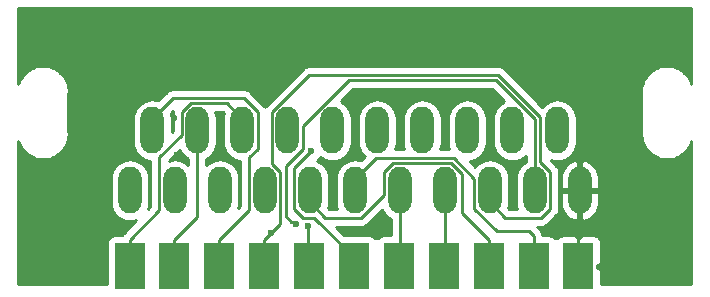
<source format=gbl>
G04 #@! TF.GenerationSoftware,KiCad,Pcbnew,(5.1.0)-1*
G04 #@! TF.CreationDate,2019-08-12T14:02:22-04:00*
G04 #@! TF.ProjectId,JP21M_to_EUROF,4a503231-4d5f-4746-9f5f-4555524f462e,rev?*
G04 #@! TF.SameCoordinates,Original*
G04 #@! TF.FileFunction,Copper,L2,Bot*
G04 #@! TF.FilePolarity,Positive*
%FSLAX46Y46*%
G04 Gerber Fmt 4.6, Leading zero omitted, Abs format (unit mm)*
G04 Created by KiCad (PCBNEW (5.1.0)-1) date 2019-08-12 14:02:22*
%MOMM*%
%LPD*%
G04 APERTURE LIST*
%ADD10O,1.981200X3.962400*%
%ADD11R,2.500000X4.000000*%
%ADD12C,0.600000*%
%ADD13C,0.250000*%
%ADD14C,0.254000*%
G04 APERTURE END LIST*
D10*
X152850000Y-85430000D03*
X150945000Y-80350000D03*
X149040000Y-85430000D03*
X147135000Y-80350000D03*
X145230000Y-85430000D03*
X143325000Y-80350000D03*
X141420000Y-85430000D03*
X139515000Y-80350000D03*
X137610000Y-85430000D03*
X135705000Y-80350000D03*
X133800000Y-85430000D03*
X131895000Y-80350000D03*
X129990000Y-85430000D03*
X128085000Y-80350000D03*
X126180000Y-85430000D03*
X124275000Y-80350000D03*
X122370000Y-85430000D03*
X120465000Y-80350000D03*
X118560000Y-85430000D03*
X116655000Y-80350000D03*
X114750000Y-85430000D03*
D11*
X152725000Y-91850000D03*
X148925000Y-91850000D03*
X145125000Y-91850000D03*
X141325000Y-91850000D03*
X137525000Y-91850000D03*
X133725000Y-91850000D03*
X129925000Y-91850000D03*
X126125000Y-91850000D03*
X122325000Y-91850000D03*
X118525000Y-91850000D03*
X114725000Y-91850000D03*
D12*
X126662500Y-89062500D03*
X128800000Y-88300000D03*
X129800000Y-88400000D03*
X147200000Y-83350000D03*
X145250000Y-82350000D03*
X137600000Y-78650000D03*
X141350000Y-78600000D03*
X133750000Y-78200000D03*
X131750000Y-83500000D03*
X135900000Y-87600000D03*
X115800000Y-71150000D03*
X119650000Y-71300000D03*
X130850000Y-71350000D03*
X137550000Y-71350000D03*
X141450000Y-71350000D03*
X146350000Y-71650000D03*
X151700000Y-71850000D03*
X158850000Y-72000000D03*
X160850000Y-84050000D03*
X160450000Y-90700000D03*
X106650000Y-91700000D03*
X106100000Y-84900000D03*
X110900000Y-82400000D03*
X107450000Y-71700000D03*
X122600000Y-82400000D03*
X116100000Y-83200000D03*
X118700000Y-82400000D03*
X118500000Y-79300000D03*
X130100000Y-82100000D03*
D13*
X148550000Y-88900000D02*
X148925000Y-89275000D01*
X145848847Y-88900000D02*
X148550000Y-88900000D01*
X133800000Y-84439400D02*
X135565620Y-82673780D01*
X133800000Y-85430000D02*
X133800000Y-84439400D01*
X148925000Y-89275000D02*
X148925000Y-91850000D01*
X135565620Y-82673780D02*
X142151344Y-82673781D01*
X142151344Y-82673781D02*
X143914390Y-84436827D01*
X143914390Y-84436827D02*
X143914390Y-86965543D01*
X143914390Y-86965543D02*
X145848847Y-88900000D01*
X137610000Y-91765000D02*
X137525000Y-91850000D01*
X137610000Y-85430000D02*
X137610000Y-91765000D01*
X141420000Y-91755000D02*
X141325000Y-91850000D01*
X141420000Y-85430000D02*
X141420000Y-91755000D01*
X126125000Y-89600000D02*
X126125000Y-91850000D01*
X127495610Y-83894457D02*
X127495610Y-88229390D01*
X126769390Y-83168237D02*
X127495610Y-83894457D01*
X126769390Y-78814457D02*
X126769390Y-83168237D01*
X149490010Y-83028857D02*
X149490010Y-79217447D01*
X150355610Y-83894457D02*
X149490010Y-83028857D01*
X149490010Y-79217447D02*
X145922553Y-75649990D01*
X149584943Y-87736210D02*
X150355610Y-86965543D01*
X145922553Y-75649990D02*
X129933857Y-75649990D01*
X146545610Y-87736210D02*
X149584943Y-87736210D01*
X129933857Y-75649990D02*
X126769390Y-78814457D01*
X145230000Y-86420600D02*
X146545610Y-87736210D01*
X150355610Y-86965543D02*
X150355610Y-83894457D01*
X145230000Y-85430000D02*
X145230000Y-86420600D01*
X127495610Y-88229390D02*
X126662500Y-89062500D01*
X126662500Y-89062500D02*
X126125000Y-89600000D01*
X128400000Y-88075000D02*
X128400000Y-88100000D01*
X127950000Y-87625000D02*
X128400000Y-88075000D01*
X149040000Y-79403847D02*
X145736153Y-76100000D01*
X149040000Y-85430000D02*
X149040000Y-79403847D01*
X145736153Y-76100000D02*
X133293847Y-76100000D01*
X133293847Y-76100000D02*
X129400610Y-79993237D01*
X127950000Y-83400000D02*
X127950000Y-87625000D01*
X129400610Y-79993237D02*
X129400610Y-81949390D01*
X129400610Y-81949390D02*
X127950000Y-83400000D01*
X128400000Y-88075000D02*
X128575000Y-88075000D01*
X128575000Y-88075000D02*
X128800000Y-88300000D01*
X129800000Y-91725000D02*
X129925000Y-91850000D01*
X129800000Y-88400000D02*
X129800000Y-91725000D01*
X152725000Y-85555000D02*
X152850000Y-85430000D01*
X152725000Y-91850000D02*
X152725000Y-85555000D01*
X116655000Y-79359400D02*
X116655000Y-80350000D01*
X118420620Y-77593780D02*
X116655000Y-79359400D01*
X124369933Y-77593780D02*
X118420620Y-77593780D01*
X125590610Y-78814457D02*
X124369933Y-77593780D01*
X125590610Y-81885543D02*
X125590610Y-78814457D01*
X124864390Y-82611763D02*
X125590610Y-81885543D01*
X124864390Y-87060610D02*
X124864390Y-82611763D01*
X122325000Y-89600000D02*
X124864390Y-87060610D01*
X122325000Y-91850000D02*
X122325000Y-89600000D01*
X120465000Y-82581200D02*
X120465000Y-80350000D01*
X120465000Y-87660000D02*
X120465000Y-82581200D01*
X118525000Y-89600000D02*
X120465000Y-87660000D01*
X118525000Y-91850000D02*
X118525000Y-89600000D01*
X122959390Y-78043790D02*
X124275000Y-79359400D01*
X119920057Y-78043790D02*
X122959390Y-78043790D01*
X119149390Y-80706763D02*
X119149390Y-78814457D01*
X117244390Y-82611763D02*
X119149390Y-80706763D01*
X117244390Y-87080610D02*
X117244390Y-82611763D01*
X119149390Y-78814457D02*
X119920057Y-78043790D01*
X114725000Y-89600000D02*
X117244390Y-87080610D01*
X124275000Y-79359400D02*
X124275000Y-80350000D01*
X114725000Y-91850000D02*
X114725000Y-89600000D01*
X133725000Y-91100000D02*
X130361210Y-87736210D01*
X133725000Y-91850000D02*
X133725000Y-91100000D01*
X130361210Y-87736210D02*
X129445057Y-87736210D01*
X129445057Y-87736210D02*
X128674390Y-86965543D01*
X128674390Y-86965543D02*
X128674390Y-83525610D01*
X128674390Y-83525610D02*
X130100000Y-82100000D01*
X141964943Y-83123790D02*
X142900000Y-84058847D01*
X137065057Y-83123790D02*
X141964943Y-83123790D01*
X129990000Y-86420600D02*
X131305610Y-87736210D01*
X129990000Y-85430000D02*
X129990000Y-86420600D01*
X131305610Y-87736210D02*
X134344943Y-87736210D01*
X136294390Y-85786763D02*
X136294390Y-83894457D01*
X134344943Y-87736210D02*
X136294390Y-85786763D01*
X136294390Y-83894457D02*
X137065057Y-83123790D01*
X145125000Y-89600000D02*
X145125000Y-91850000D01*
X142900000Y-87375000D02*
X145125000Y-89600000D01*
X142900000Y-84058847D02*
X142900000Y-87375000D01*
D14*
G36*
X162290001Y-76387191D02*
G01*
X162245868Y-76248068D01*
X162222290Y-76193058D01*
X162199508Y-76137783D01*
X162195125Y-76129677D01*
X162051836Y-75869034D01*
X162018048Y-75819687D01*
X161984936Y-75769850D01*
X161979062Y-75762749D01*
X161787876Y-75534904D01*
X161745146Y-75493060D01*
X161702987Y-75450605D01*
X161695846Y-75444781D01*
X161464045Y-75258408D01*
X161414031Y-75225680D01*
X161364398Y-75192202D01*
X161356261Y-75187876D01*
X161092675Y-75050077D01*
X161037219Y-75027672D01*
X160982068Y-75004488D01*
X160973246Y-75001825D01*
X160687915Y-74917847D01*
X160629175Y-74906642D01*
X160570558Y-74894609D01*
X160561386Y-74893710D01*
X160265178Y-74866753D01*
X160205361Y-74867171D01*
X160145544Y-74866753D01*
X160136372Y-74867653D01*
X159840569Y-74898742D01*
X159781972Y-74910771D01*
X159723210Y-74921980D01*
X159714388Y-74924644D01*
X159430257Y-75012598D01*
X159375139Y-75035768D01*
X159319650Y-75058186D01*
X159311514Y-75062513D01*
X159049878Y-75203979D01*
X159000311Y-75237412D01*
X158950232Y-75270183D01*
X158943091Y-75276008D01*
X158713915Y-75465597D01*
X158671774Y-75508034D01*
X158629024Y-75549897D01*
X158623150Y-75556998D01*
X158435164Y-75787492D01*
X158402049Y-75837334D01*
X158368265Y-75886674D01*
X158363882Y-75894781D01*
X158224246Y-76157399D01*
X158201458Y-76212687D01*
X158177886Y-76267683D01*
X158175162Y-76276487D01*
X158089193Y-76561225D01*
X158077570Y-76619925D01*
X158065137Y-76678419D01*
X158064174Y-76687584D01*
X158035150Y-76983596D01*
X158035150Y-77112406D01*
X158055801Y-77216697D01*
X158055800Y-80437952D01*
X158045478Y-80471300D01*
X158036932Y-80552622D01*
X158035299Y-80560870D01*
X158035299Y-80568164D01*
X158032016Y-80599404D01*
X158032016Y-80608620D01*
X158032165Y-80629898D01*
X158035298Y-80659700D01*
X158035298Y-80689680D01*
X158036262Y-80698844D01*
X158069416Y-80994424D01*
X158081853Y-81052936D01*
X158093471Y-81111614D01*
X158096196Y-81120413D01*
X158096197Y-81120419D01*
X158096199Y-81120425D01*
X158186130Y-81403928D01*
X158209691Y-81458899D01*
X158232491Y-81514217D01*
X158236874Y-81522323D01*
X158380163Y-81782965D01*
X158413947Y-81832305D01*
X158447062Y-81882147D01*
X158452936Y-81889247D01*
X158644122Y-82117094D01*
X158686853Y-82158939D01*
X158729013Y-82201395D01*
X158736155Y-82207219D01*
X158967956Y-82393591D01*
X159017968Y-82426318D01*
X159067600Y-82459795D01*
X159075737Y-82464121D01*
X159339323Y-82601921D01*
X159394783Y-82624328D01*
X159449931Y-82647511D01*
X159458753Y-82650174D01*
X159744083Y-82734152D01*
X159802837Y-82745360D01*
X159861441Y-82757390D01*
X159870613Y-82758289D01*
X160166820Y-82785246D01*
X160226638Y-82784828D01*
X160286455Y-82785246D01*
X160295626Y-82784347D01*
X160591430Y-82753257D01*
X160650017Y-82741230D01*
X160708787Y-82730020D01*
X160717609Y-82727356D01*
X161001740Y-82639403D01*
X161056883Y-82616223D01*
X161112348Y-82593814D01*
X161120485Y-82589487D01*
X161382121Y-82448021D01*
X161431705Y-82414576D01*
X161481768Y-82381816D01*
X161488909Y-82375992D01*
X161718085Y-82186401D01*
X161760224Y-82143966D01*
X161802974Y-82102103D01*
X161808848Y-82095002D01*
X161996834Y-81864509D01*
X162029938Y-81814682D01*
X162063733Y-81765327D01*
X162068116Y-81757221D01*
X162207753Y-81494603D01*
X162230560Y-81439269D01*
X162254114Y-81384314D01*
X162256838Y-81375515D01*
X162256840Y-81375509D01*
X162290001Y-81265674D01*
X162290000Y-93390000D01*
X154612248Y-93390000D01*
X154610000Y-92135750D01*
X154451250Y-91977000D01*
X154327000Y-91977000D01*
X154327000Y-91723000D01*
X154451250Y-91723000D01*
X154610000Y-91564250D01*
X154613072Y-89850000D01*
X154600812Y-89725518D01*
X154564502Y-89605820D01*
X154505537Y-89495506D01*
X154426185Y-89398815D01*
X154329494Y-89319463D01*
X154219180Y-89260498D01*
X154099482Y-89224188D01*
X153975000Y-89211928D01*
X153010750Y-89215000D01*
X152852000Y-89373750D01*
X152852000Y-89473000D01*
X152598000Y-89473000D01*
X152598000Y-89373750D01*
X152439250Y-89215000D01*
X151475000Y-89211928D01*
X151350518Y-89224188D01*
X151230820Y-89260498D01*
X151120506Y-89319463D01*
X151023815Y-89398815D01*
X150962933Y-89473000D01*
X150687067Y-89473000D01*
X150626185Y-89398815D01*
X150529494Y-89319463D01*
X150419180Y-89260498D01*
X150299482Y-89224188D01*
X150175000Y-89211928D01*
X149682465Y-89211928D01*
X149674003Y-89126014D01*
X149630546Y-88982753D01*
X149559974Y-88850724D01*
X149465001Y-88734999D01*
X149435998Y-88711197D01*
X149221011Y-88496210D01*
X149547621Y-88496210D01*
X149584943Y-88499886D01*
X149622265Y-88496210D01*
X149622276Y-88496210D01*
X149733929Y-88485213D01*
X149877190Y-88441756D01*
X150009219Y-88371184D01*
X150124944Y-88276211D01*
X150148746Y-88247208D01*
X150866614Y-87529341D01*
X150895611Y-87505544D01*
X150990584Y-87389819D01*
X151061156Y-87257790D01*
X151104613Y-87114529D01*
X151115610Y-87002876D01*
X151115610Y-87002868D01*
X151119286Y-86965543D01*
X151115610Y-86928218D01*
X151115610Y-85557000D01*
X151224400Y-85557000D01*
X151224400Y-86547600D01*
X151280412Y-86862299D01*
X151396742Y-87160023D01*
X151568920Y-87429332D01*
X151790329Y-87659876D01*
X152052461Y-87842795D01*
X152345242Y-87971060D01*
X152471041Y-88001411D01*
X152723000Y-87881942D01*
X152723000Y-85557000D01*
X152977000Y-85557000D01*
X152977000Y-87881942D01*
X153228959Y-88001411D01*
X153354758Y-87971060D01*
X153647539Y-87842795D01*
X153909671Y-87659876D01*
X154131080Y-87429332D01*
X154303258Y-87160023D01*
X154419588Y-86862299D01*
X154475600Y-86547600D01*
X154475600Y-85557000D01*
X152977000Y-85557000D01*
X152723000Y-85557000D01*
X151224400Y-85557000D01*
X151115610Y-85557000D01*
X151115610Y-84312400D01*
X151224400Y-84312400D01*
X151224400Y-85303000D01*
X152723000Y-85303000D01*
X152723000Y-82978058D01*
X152977000Y-82978058D01*
X152977000Y-85303000D01*
X154475600Y-85303000D01*
X154475600Y-84312400D01*
X154419588Y-83997701D01*
X154303258Y-83699977D01*
X154131080Y-83430668D01*
X153909671Y-83200124D01*
X153647539Y-83017205D01*
X153354758Y-82888940D01*
X153228959Y-82858589D01*
X152977000Y-82978058D01*
X152723000Y-82978058D01*
X152471041Y-82858589D01*
X152345242Y-82888940D01*
X152052461Y-83017205D01*
X151790329Y-83200124D01*
X151568920Y-83430668D01*
X151396742Y-83699977D01*
X151280412Y-83997701D01*
X151224400Y-84312400D01*
X151115610Y-84312400D01*
X151115610Y-83931779D01*
X151119286Y-83894456D01*
X151115610Y-83857133D01*
X151115610Y-83857124D01*
X151104613Y-83745471D01*
X151061156Y-83602210D01*
X150990584Y-83470181D01*
X150895611Y-83354456D01*
X150866613Y-83330658D01*
X150414322Y-82878367D01*
X150626327Y-82942678D01*
X150945000Y-82974065D01*
X151263672Y-82942678D01*
X151570099Y-82849725D01*
X151852504Y-82698777D01*
X152100034Y-82495634D01*
X152303177Y-82248105D01*
X152454125Y-81965700D01*
X152547078Y-81659273D01*
X152570600Y-81420454D01*
X152570600Y-79279546D01*
X152547078Y-79040727D01*
X152454125Y-78734300D01*
X152303177Y-78451895D01*
X152100034Y-78204366D01*
X151852505Y-78001223D01*
X151570100Y-77850275D01*
X151263673Y-77757322D01*
X150945000Y-77725935D01*
X150626328Y-77757322D01*
X150319901Y-77850275D01*
X150037496Y-78001223D01*
X149789967Y-78204366D01*
X149682581Y-78335216D01*
X146486357Y-75138993D01*
X146462554Y-75109989D01*
X146346829Y-75015016D01*
X146214800Y-74944444D01*
X146071539Y-74900987D01*
X145959886Y-74889990D01*
X145959875Y-74889990D01*
X145922553Y-74886314D01*
X145885231Y-74889990D01*
X129971179Y-74889990D01*
X129933856Y-74886314D01*
X129896533Y-74889990D01*
X129896524Y-74889990D01*
X129784871Y-74900987D01*
X129644824Y-74943469D01*
X129641610Y-74944444D01*
X129509580Y-75015016D01*
X129451704Y-75062514D01*
X129393856Y-75109989D01*
X129370058Y-75138987D01*
X126258393Y-78250653D01*
X126229389Y-78274456D01*
X126180000Y-78334637D01*
X126154409Y-78303454D01*
X126130611Y-78274456D01*
X126101613Y-78250658D01*
X124933737Y-77082783D01*
X124909934Y-77053779D01*
X124794209Y-76958806D01*
X124662180Y-76888234D01*
X124518919Y-76844777D01*
X124407266Y-76833780D01*
X124407255Y-76833780D01*
X124369933Y-76830104D01*
X124332611Y-76833780D01*
X118457945Y-76833780D01*
X118420620Y-76830104D01*
X118383295Y-76833780D01*
X118383287Y-76833780D01*
X118271634Y-76844777D01*
X118128373Y-76888234D01*
X117996344Y-76958806D01*
X117880619Y-77053779D01*
X117856821Y-77082777D01*
X117133725Y-77805873D01*
X116973673Y-77757322D01*
X116655000Y-77725935D01*
X116336328Y-77757322D01*
X116029901Y-77850275D01*
X115747496Y-78001223D01*
X115499967Y-78204366D01*
X115296824Y-78451895D01*
X115145876Y-78734300D01*
X115052923Y-79040727D01*
X115029401Y-79279546D01*
X115029400Y-81420453D01*
X115052922Y-81659272D01*
X115145875Y-81965699D01*
X115296823Y-82248104D01*
X115499966Y-82495634D01*
X115747495Y-82698777D01*
X116029900Y-82849725D01*
X116336327Y-82942678D01*
X116484391Y-82957261D01*
X116484390Y-86765808D01*
X116282911Y-86967287D01*
X116352078Y-86739273D01*
X116375600Y-86500454D01*
X116375600Y-84359546D01*
X116352078Y-84120727D01*
X116259125Y-83814300D01*
X116108177Y-83531895D01*
X115905034Y-83284366D01*
X115657505Y-83081223D01*
X115375100Y-82930275D01*
X115068673Y-82837322D01*
X114750000Y-82805935D01*
X114431328Y-82837322D01*
X114124901Y-82930275D01*
X113842496Y-83081223D01*
X113594967Y-83284366D01*
X113391824Y-83531895D01*
X113240876Y-83814300D01*
X113147923Y-84120727D01*
X113124401Y-84359546D01*
X113124400Y-86500453D01*
X113147922Y-86739272D01*
X113240875Y-87045699D01*
X113391823Y-87328104D01*
X113594966Y-87575634D01*
X113842495Y-87778777D01*
X114124900Y-87929725D01*
X114431327Y-88022678D01*
X114750000Y-88054065D01*
X115068672Y-88022678D01*
X115296688Y-87953511D01*
X114213998Y-89036201D01*
X114185000Y-89059999D01*
X114161202Y-89088997D01*
X114161201Y-89088998D01*
X114090026Y-89175724D01*
X114070674Y-89211928D01*
X113475000Y-89211928D01*
X113350518Y-89224188D01*
X113230820Y-89260498D01*
X113120506Y-89319463D01*
X113023815Y-89398815D01*
X112944463Y-89495506D01*
X112885498Y-89605820D01*
X112849188Y-89725518D01*
X112836928Y-89850000D01*
X112836928Y-93390000D01*
X105310000Y-93390000D01*
X105310000Y-81264810D01*
X105354130Y-81403928D01*
X105377691Y-81458899D01*
X105400491Y-81514217D01*
X105404874Y-81522323D01*
X105548163Y-81782965D01*
X105581947Y-81832305D01*
X105615062Y-81882147D01*
X105620936Y-81889247D01*
X105812122Y-82117094D01*
X105854853Y-82158939D01*
X105897013Y-82201395D01*
X105904155Y-82207219D01*
X106135956Y-82393591D01*
X106185968Y-82426318D01*
X106235600Y-82459795D01*
X106243737Y-82464121D01*
X106507323Y-82601921D01*
X106562783Y-82624328D01*
X106617931Y-82647511D01*
X106626753Y-82650174D01*
X106912083Y-82734152D01*
X106970837Y-82745360D01*
X107029441Y-82757390D01*
X107038613Y-82758289D01*
X107334820Y-82785246D01*
X107394638Y-82784828D01*
X107454455Y-82785246D01*
X107463626Y-82784347D01*
X107759430Y-82753257D01*
X107818017Y-82741230D01*
X107876787Y-82730020D01*
X107885609Y-82727356D01*
X108169740Y-82639403D01*
X108224883Y-82616223D01*
X108280348Y-82593814D01*
X108288485Y-82589487D01*
X108550121Y-82448021D01*
X108599705Y-82414576D01*
X108649768Y-82381816D01*
X108656909Y-82375992D01*
X108886085Y-82186401D01*
X108928224Y-82143966D01*
X108970974Y-82102103D01*
X108976848Y-82095002D01*
X109164834Y-81864509D01*
X109197938Y-81814682D01*
X109231733Y-81765327D01*
X109236116Y-81757221D01*
X109375753Y-81494603D01*
X109398560Y-81439269D01*
X109422114Y-81384314D01*
X109424838Y-81375515D01*
X109424840Y-81375509D01*
X109510806Y-81090773D01*
X109522422Y-81032108D01*
X109534862Y-80973584D01*
X109535825Y-80964419D01*
X109564850Y-80668406D01*
X109564850Y-80539596D01*
X109544200Y-80435305D01*
X109544200Y-77214047D01*
X109554522Y-77180699D01*
X109563068Y-77099377D01*
X109564701Y-77091129D01*
X109564701Y-77083835D01*
X109567984Y-77052594D01*
X109567984Y-77043379D01*
X109567835Y-77022100D01*
X109564702Y-76992298D01*
X109564702Y-76962319D01*
X109563738Y-76953154D01*
X109530584Y-76657575D01*
X109518151Y-76599081D01*
X109506528Y-76540381D01*
X109503803Y-76531578D01*
X109413868Y-76248068D01*
X109390290Y-76193058D01*
X109367508Y-76137783D01*
X109363125Y-76129677D01*
X109219836Y-75869034D01*
X109186048Y-75819687D01*
X109152936Y-75769850D01*
X109147062Y-75762749D01*
X108955876Y-75534904D01*
X108913146Y-75493060D01*
X108870987Y-75450605D01*
X108863846Y-75444781D01*
X108632045Y-75258408D01*
X108582031Y-75225680D01*
X108532398Y-75192202D01*
X108524261Y-75187876D01*
X108260675Y-75050077D01*
X108205219Y-75027672D01*
X108150068Y-75004488D01*
X108141246Y-75001825D01*
X107855915Y-74917847D01*
X107797175Y-74906642D01*
X107738558Y-74894609D01*
X107729386Y-74893710D01*
X107433178Y-74866753D01*
X107373361Y-74867171D01*
X107313544Y-74866753D01*
X107304372Y-74867653D01*
X107008569Y-74898742D01*
X106949972Y-74910771D01*
X106891210Y-74921980D01*
X106882388Y-74924644D01*
X106598257Y-75012598D01*
X106543139Y-75035768D01*
X106487650Y-75058186D01*
X106479514Y-75062513D01*
X106217878Y-75203979D01*
X106168311Y-75237412D01*
X106118232Y-75270183D01*
X106111091Y-75276008D01*
X105881915Y-75465597D01*
X105839774Y-75508034D01*
X105797024Y-75549897D01*
X105791150Y-75556998D01*
X105603164Y-75787492D01*
X105570049Y-75837334D01*
X105536265Y-75886674D01*
X105531882Y-75894781D01*
X105392246Y-76157399D01*
X105369458Y-76212687D01*
X105345886Y-76267683D01*
X105343162Y-76276487D01*
X105310000Y-76386323D01*
X105310000Y-70010000D01*
X162290001Y-70010000D01*
X162290001Y-76387191D01*
X162290001Y-76387191D01*
G37*
X162290001Y-76387191D02*
X162245868Y-76248068D01*
X162222290Y-76193058D01*
X162199508Y-76137783D01*
X162195125Y-76129677D01*
X162051836Y-75869034D01*
X162018048Y-75819687D01*
X161984936Y-75769850D01*
X161979062Y-75762749D01*
X161787876Y-75534904D01*
X161745146Y-75493060D01*
X161702987Y-75450605D01*
X161695846Y-75444781D01*
X161464045Y-75258408D01*
X161414031Y-75225680D01*
X161364398Y-75192202D01*
X161356261Y-75187876D01*
X161092675Y-75050077D01*
X161037219Y-75027672D01*
X160982068Y-75004488D01*
X160973246Y-75001825D01*
X160687915Y-74917847D01*
X160629175Y-74906642D01*
X160570558Y-74894609D01*
X160561386Y-74893710D01*
X160265178Y-74866753D01*
X160205361Y-74867171D01*
X160145544Y-74866753D01*
X160136372Y-74867653D01*
X159840569Y-74898742D01*
X159781972Y-74910771D01*
X159723210Y-74921980D01*
X159714388Y-74924644D01*
X159430257Y-75012598D01*
X159375139Y-75035768D01*
X159319650Y-75058186D01*
X159311514Y-75062513D01*
X159049878Y-75203979D01*
X159000311Y-75237412D01*
X158950232Y-75270183D01*
X158943091Y-75276008D01*
X158713915Y-75465597D01*
X158671774Y-75508034D01*
X158629024Y-75549897D01*
X158623150Y-75556998D01*
X158435164Y-75787492D01*
X158402049Y-75837334D01*
X158368265Y-75886674D01*
X158363882Y-75894781D01*
X158224246Y-76157399D01*
X158201458Y-76212687D01*
X158177886Y-76267683D01*
X158175162Y-76276487D01*
X158089193Y-76561225D01*
X158077570Y-76619925D01*
X158065137Y-76678419D01*
X158064174Y-76687584D01*
X158035150Y-76983596D01*
X158035150Y-77112406D01*
X158055801Y-77216697D01*
X158055800Y-80437952D01*
X158045478Y-80471300D01*
X158036932Y-80552622D01*
X158035299Y-80560870D01*
X158035299Y-80568164D01*
X158032016Y-80599404D01*
X158032016Y-80608620D01*
X158032165Y-80629898D01*
X158035298Y-80659700D01*
X158035298Y-80689680D01*
X158036262Y-80698844D01*
X158069416Y-80994424D01*
X158081853Y-81052936D01*
X158093471Y-81111614D01*
X158096196Y-81120413D01*
X158096197Y-81120419D01*
X158096199Y-81120425D01*
X158186130Y-81403928D01*
X158209691Y-81458899D01*
X158232491Y-81514217D01*
X158236874Y-81522323D01*
X158380163Y-81782965D01*
X158413947Y-81832305D01*
X158447062Y-81882147D01*
X158452936Y-81889247D01*
X158644122Y-82117094D01*
X158686853Y-82158939D01*
X158729013Y-82201395D01*
X158736155Y-82207219D01*
X158967956Y-82393591D01*
X159017968Y-82426318D01*
X159067600Y-82459795D01*
X159075737Y-82464121D01*
X159339323Y-82601921D01*
X159394783Y-82624328D01*
X159449931Y-82647511D01*
X159458753Y-82650174D01*
X159744083Y-82734152D01*
X159802837Y-82745360D01*
X159861441Y-82757390D01*
X159870613Y-82758289D01*
X160166820Y-82785246D01*
X160226638Y-82784828D01*
X160286455Y-82785246D01*
X160295626Y-82784347D01*
X160591430Y-82753257D01*
X160650017Y-82741230D01*
X160708787Y-82730020D01*
X160717609Y-82727356D01*
X161001740Y-82639403D01*
X161056883Y-82616223D01*
X161112348Y-82593814D01*
X161120485Y-82589487D01*
X161382121Y-82448021D01*
X161431705Y-82414576D01*
X161481768Y-82381816D01*
X161488909Y-82375992D01*
X161718085Y-82186401D01*
X161760224Y-82143966D01*
X161802974Y-82102103D01*
X161808848Y-82095002D01*
X161996834Y-81864509D01*
X162029938Y-81814682D01*
X162063733Y-81765327D01*
X162068116Y-81757221D01*
X162207753Y-81494603D01*
X162230560Y-81439269D01*
X162254114Y-81384314D01*
X162256838Y-81375515D01*
X162256840Y-81375509D01*
X162290001Y-81265674D01*
X162290000Y-93390000D01*
X154612248Y-93390000D01*
X154610000Y-92135750D01*
X154451250Y-91977000D01*
X154327000Y-91977000D01*
X154327000Y-91723000D01*
X154451250Y-91723000D01*
X154610000Y-91564250D01*
X154613072Y-89850000D01*
X154600812Y-89725518D01*
X154564502Y-89605820D01*
X154505537Y-89495506D01*
X154426185Y-89398815D01*
X154329494Y-89319463D01*
X154219180Y-89260498D01*
X154099482Y-89224188D01*
X153975000Y-89211928D01*
X153010750Y-89215000D01*
X152852000Y-89373750D01*
X152852000Y-89473000D01*
X152598000Y-89473000D01*
X152598000Y-89373750D01*
X152439250Y-89215000D01*
X151475000Y-89211928D01*
X151350518Y-89224188D01*
X151230820Y-89260498D01*
X151120506Y-89319463D01*
X151023815Y-89398815D01*
X150962933Y-89473000D01*
X150687067Y-89473000D01*
X150626185Y-89398815D01*
X150529494Y-89319463D01*
X150419180Y-89260498D01*
X150299482Y-89224188D01*
X150175000Y-89211928D01*
X149682465Y-89211928D01*
X149674003Y-89126014D01*
X149630546Y-88982753D01*
X149559974Y-88850724D01*
X149465001Y-88734999D01*
X149435998Y-88711197D01*
X149221011Y-88496210D01*
X149547621Y-88496210D01*
X149584943Y-88499886D01*
X149622265Y-88496210D01*
X149622276Y-88496210D01*
X149733929Y-88485213D01*
X149877190Y-88441756D01*
X150009219Y-88371184D01*
X150124944Y-88276211D01*
X150148746Y-88247208D01*
X150866614Y-87529341D01*
X150895611Y-87505544D01*
X150990584Y-87389819D01*
X151061156Y-87257790D01*
X151104613Y-87114529D01*
X151115610Y-87002876D01*
X151115610Y-87002868D01*
X151119286Y-86965543D01*
X151115610Y-86928218D01*
X151115610Y-85557000D01*
X151224400Y-85557000D01*
X151224400Y-86547600D01*
X151280412Y-86862299D01*
X151396742Y-87160023D01*
X151568920Y-87429332D01*
X151790329Y-87659876D01*
X152052461Y-87842795D01*
X152345242Y-87971060D01*
X152471041Y-88001411D01*
X152723000Y-87881942D01*
X152723000Y-85557000D01*
X152977000Y-85557000D01*
X152977000Y-87881942D01*
X153228959Y-88001411D01*
X153354758Y-87971060D01*
X153647539Y-87842795D01*
X153909671Y-87659876D01*
X154131080Y-87429332D01*
X154303258Y-87160023D01*
X154419588Y-86862299D01*
X154475600Y-86547600D01*
X154475600Y-85557000D01*
X152977000Y-85557000D01*
X152723000Y-85557000D01*
X151224400Y-85557000D01*
X151115610Y-85557000D01*
X151115610Y-84312400D01*
X151224400Y-84312400D01*
X151224400Y-85303000D01*
X152723000Y-85303000D01*
X152723000Y-82978058D01*
X152977000Y-82978058D01*
X152977000Y-85303000D01*
X154475600Y-85303000D01*
X154475600Y-84312400D01*
X154419588Y-83997701D01*
X154303258Y-83699977D01*
X154131080Y-83430668D01*
X153909671Y-83200124D01*
X153647539Y-83017205D01*
X153354758Y-82888940D01*
X153228959Y-82858589D01*
X152977000Y-82978058D01*
X152723000Y-82978058D01*
X152471041Y-82858589D01*
X152345242Y-82888940D01*
X152052461Y-83017205D01*
X151790329Y-83200124D01*
X151568920Y-83430668D01*
X151396742Y-83699977D01*
X151280412Y-83997701D01*
X151224400Y-84312400D01*
X151115610Y-84312400D01*
X151115610Y-83931779D01*
X151119286Y-83894456D01*
X151115610Y-83857133D01*
X151115610Y-83857124D01*
X151104613Y-83745471D01*
X151061156Y-83602210D01*
X150990584Y-83470181D01*
X150895611Y-83354456D01*
X150866613Y-83330658D01*
X150414322Y-82878367D01*
X150626327Y-82942678D01*
X150945000Y-82974065D01*
X151263672Y-82942678D01*
X151570099Y-82849725D01*
X151852504Y-82698777D01*
X152100034Y-82495634D01*
X152303177Y-82248105D01*
X152454125Y-81965700D01*
X152547078Y-81659273D01*
X152570600Y-81420454D01*
X152570600Y-79279546D01*
X152547078Y-79040727D01*
X152454125Y-78734300D01*
X152303177Y-78451895D01*
X152100034Y-78204366D01*
X151852505Y-78001223D01*
X151570100Y-77850275D01*
X151263673Y-77757322D01*
X150945000Y-77725935D01*
X150626328Y-77757322D01*
X150319901Y-77850275D01*
X150037496Y-78001223D01*
X149789967Y-78204366D01*
X149682581Y-78335216D01*
X146486357Y-75138993D01*
X146462554Y-75109989D01*
X146346829Y-75015016D01*
X146214800Y-74944444D01*
X146071539Y-74900987D01*
X145959886Y-74889990D01*
X145959875Y-74889990D01*
X145922553Y-74886314D01*
X145885231Y-74889990D01*
X129971179Y-74889990D01*
X129933856Y-74886314D01*
X129896533Y-74889990D01*
X129896524Y-74889990D01*
X129784871Y-74900987D01*
X129644824Y-74943469D01*
X129641610Y-74944444D01*
X129509580Y-75015016D01*
X129451704Y-75062514D01*
X129393856Y-75109989D01*
X129370058Y-75138987D01*
X126258393Y-78250653D01*
X126229389Y-78274456D01*
X126180000Y-78334637D01*
X126154409Y-78303454D01*
X126130611Y-78274456D01*
X126101613Y-78250658D01*
X124933737Y-77082783D01*
X124909934Y-77053779D01*
X124794209Y-76958806D01*
X124662180Y-76888234D01*
X124518919Y-76844777D01*
X124407266Y-76833780D01*
X124407255Y-76833780D01*
X124369933Y-76830104D01*
X124332611Y-76833780D01*
X118457945Y-76833780D01*
X118420620Y-76830104D01*
X118383295Y-76833780D01*
X118383287Y-76833780D01*
X118271634Y-76844777D01*
X118128373Y-76888234D01*
X117996344Y-76958806D01*
X117880619Y-77053779D01*
X117856821Y-77082777D01*
X117133725Y-77805873D01*
X116973673Y-77757322D01*
X116655000Y-77725935D01*
X116336328Y-77757322D01*
X116029901Y-77850275D01*
X115747496Y-78001223D01*
X115499967Y-78204366D01*
X115296824Y-78451895D01*
X115145876Y-78734300D01*
X115052923Y-79040727D01*
X115029401Y-79279546D01*
X115029400Y-81420453D01*
X115052922Y-81659272D01*
X115145875Y-81965699D01*
X115296823Y-82248104D01*
X115499966Y-82495634D01*
X115747495Y-82698777D01*
X116029900Y-82849725D01*
X116336327Y-82942678D01*
X116484391Y-82957261D01*
X116484390Y-86765808D01*
X116282911Y-86967287D01*
X116352078Y-86739273D01*
X116375600Y-86500454D01*
X116375600Y-84359546D01*
X116352078Y-84120727D01*
X116259125Y-83814300D01*
X116108177Y-83531895D01*
X115905034Y-83284366D01*
X115657505Y-83081223D01*
X115375100Y-82930275D01*
X115068673Y-82837322D01*
X114750000Y-82805935D01*
X114431328Y-82837322D01*
X114124901Y-82930275D01*
X113842496Y-83081223D01*
X113594967Y-83284366D01*
X113391824Y-83531895D01*
X113240876Y-83814300D01*
X113147923Y-84120727D01*
X113124401Y-84359546D01*
X113124400Y-86500453D01*
X113147922Y-86739272D01*
X113240875Y-87045699D01*
X113391823Y-87328104D01*
X113594966Y-87575634D01*
X113842495Y-87778777D01*
X114124900Y-87929725D01*
X114431327Y-88022678D01*
X114750000Y-88054065D01*
X115068672Y-88022678D01*
X115296688Y-87953511D01*
X114213998Y-89036201D01*
X114185000Y-89059999D01*
X114161202Y-89088997D01*
X114161201Y-89088998D01*
X114090026Y-89175724D01*
X114070674Y-89211928D01*
X113475000Y-89211928D01*
X113350518Y-89224188D01*
X113230820Y-89260498D01*
X113120506Y-89319463D01*
X113023815Y-89398815D01*
X112944463Y-89495506D01*
X112885498Y-89605820D01*
X112849188Y-89725518D01*
X112836928Y-89850000D01*
X112836928Y-93390000D01*
X105310000Y-93390000D01*
X105310000Y-81264810D01*
X105354130Y-81403928D01*
X105377691Y-81458899D01*
X105400491Y-81514217D01*
X105404874Y-81522323D01*
X105548163Y-81782965D01*
X105581947Y-81832305D01*
X105615062Y-81882147D01*
X105620936Y-81889247D01*
X105812122Y-82117094D01*
X105854853Y-82158939D01*
X105897013Y-82201395D01*
X105904155Y-82207219D01*
X106135956Y-82393591D01*
X106185968Y-82426318D01*
X106235600Y-82459795D01*
X106243737Y-82464121D01*
X106507323Y-82601921D01*
X106562783Y-82624328D01*
X106617931Y-82647511D01*
X106626753Y-82650174D01*
X106912083Y-82734152D01*
X106970837Y-82745360D01*
X107029441Y-82757390D01*
X107038613Y-82758289D01*
X107334820Y-82785246D01*
X107394638Y-82784828D01*
X107454455Y-82785246D01*
X107463626Y-82784347D01*
X107759430Y-82753257D01*
X107818017Y-82741230D01*
X107876787Y-82730020D01*
X107885609Y-82727356D01*
X108169740Y-82639403D01*
X108224883Y-82616223D01*
X108280348Y-82593814D01*
X108288485Y-82589487D01*
X108550121Y-82448021D01*
X108599705Y-82414576D01*
X108649768Y-82381816D01*
X108656909Y-82375992D01*
X108886085Y-82186401D01*
X108928224Y-82143966D01*
X108970974Y-82102103D01*
X108976848Y-82095002D01*
X109164834Y-81864509D01*
X109197938Y-81814682D01*
X109231733Y-81765327D01*
X109236116Y-81757221D01*
X109375753Y-81494603D01*
X109398560Y-81439269D01*
X109422114Y-81384314D01*
X109424838Y-81375515D01*
X109424840Y-81375509D01*
X109510806Y-81090773D01*
X109522422Y-81032108D01*
X109534862Y-80973584D01*
X109535825Y-80964419D01*
X109564850Y-80668406D01*
X109564850Y-80539596D01*
X109544200Y-80435305D01*
X109544200Y-77214047D01*
X109554522Y-77180699D01*
X109563068Y-77099377D01*
X109564701Y-77091129D01*
X109564701Y-77083835D01*
X109567984Y-77052594D01*
X109567984Y-77043379D01*
X109567835Y-77022100D01*
X109564702Y-76992298D01*
X109564702Y-76962319D01*
X109563738Y-76953154D01*
X109530584Y-76657575D01*
X109518151Y-76599081D01*
X109506528Y-76540381D01*
X109503803Y-76531578D01*
X109413868Y-76248068D01*
X109390290Y-76193058D01*
X109367508Y-76137783D01*
X109363125Y-76129677D01*
X109219836Y-75869034D01*
X109186048Y-75819687D01*
X109152936Y-75769850D01*
X109147062Y-75762749D01*
X108955876Y-75534904D01*
X108913146Y-75493060D01*
X108870987Y-75450605D01*
X108863846Y-75444781D01*
X108632045Y-75258408D01*
X108582031Y-75225680D01*
X108532398Y-75192202D01*
X108524261Y-75187876D01*
X108260675Y-75050077D01*
X108205219Y-75027672D01*
X108150068Y-75004488D01*
X108141246Y-75001825D01*
X107855915Y-74917847D01*
X107797175Y-74906642D01*
X107738558Y-74894609D01*
X107729386Y-74893710D01*
X107433178Y-74866753D01*
X107373361Y-74867171D01*
X107313544Y-74866753D01*
X107304372Y-74867653D01*
X107008569Y-74898742D01*
X106949972Y-74910771D01*
X106891210Y-74921980D01*
X106882388Y-74924644D01*
X106598257Y-75012598D01*
X106543139Y-75035768D01*
X106487650Y-75058186D01*
X106479514Y-75062513D01*
X106217878Y-75203979D01*
X106168311Y-75237412D01*
X106118232Y-75270183D01*
X106111091Y-75276008D01*
X105881915Y-75465597D01*
X105839774Y-75508034D01*
X105797024Y-75549897D01*
X105791150Y-75556998D01*
X105603164Y-75787492D01*
X105570049Y-75837334D01*
X105536265Y-75886674D01*
X105531882Y-75894781D01*
X105392246Y-76157399D01*
X105369458Y-76212687D01*
X105345886Y-76267683D01*
X105343162Y-76276487D01*
X105310000Y-76386323D01*
X105310000Y-70010000D01*
X162290001Y-70010000D01*
X162290001Y-76387191D01*
G36*
X136251823Y-87328104D02*
G01*
X136454966Y-87575634D01*
X136702495Y-87778777D01*
X136850000Y-87857620D01*
X136850001Y-89211928D01*
X136275000Y-89211928D01*
X136150518Y-89224188D01*
X136030820Y-89260498D01*
X135920506Y-89319463D01*
X135823815Y-89398815D01*
X135762933Y-89473000D01*
X135487067Y-89473000D01*
X135426185Y-89398815D01*
X135329494Y-89319463D01*
X135219180Y-89260498D01*
X135099482Y-89224188D01*
X134975000Y-89211928D01*
X132911730Y-89211928D01*
X132196012Y-88496210D01*
X134307621Y-88496210D01*
X134344943Y-88499886D01*
X134382265Y-88496210D01*
X134382276Y-88496210D01*
X134493929Y-88485213D01*
X134637190Y-88441756D01*
X134769219Y-88371184D01*
X134884944Y-88276211D01*
X134908747Y-88247208D01*
X136104143Y-87051813D01*
X136251823Y-87328104D01*
X136251823Y-87328104D01*
G37*
X136251823Y-87328104D02*
X136454966Y-87575634D01*
X136702495Y-87778777D01*
X136850000Y-87857620D01*
X136850001Y-89211928D01*
X136275000Y-89211928D01*
X136150518Y-89224188D01*
X136030820Y-89260498D01*
X135920506Y-89319463D01*
X135823815Y-89398815D01*
X135762933Y-89473000D01*
X135487067Y-89473000D01*
X135426185Y-89398815D01*
X135329494Y-89319463D01*
X135219180Y-89260498D01*
X135099482Y-89224188D01*
X134975000Y-89211928D01*
X132911730Y-89211928D01*
X132196012Y-88496210D01*
X134307621Y-88496210D01*
X134344943Y-88499886D01*
X134382265Y-88496210D01*
X134382276Y-88496210D01*
X134493929Y-88485213D01*
X134637190Y-88441756D01*
X134769219Y-88371184D01*
X134884944Y-88276211D01*
X134908747Y-88247208D01*
X136104143Y-87051813D01*
X136251823Y-87328104D01*
G36*
X146445858Y-77884506D02*
G01*
X146227496Y-78001223D01*
X145979967Y-78204366D01*
X145776824Y-78451895D01*
X145625876Y-78734300D01*
X145532923Y-79040727D01*
X145509401Y-79279546D01*
X145509400Y-81420453D01*
X145532922Y-81659272D01*
X145625875Y-81965699D01*
X145776823Y-82248104D01*
X145979966Y-82495634D01*
X146227495Y-82698777D01*
X146509900Y-82849725D01*
X146816327Y-82942678D01*
X147135000Y-82974065D01*
X147453672Y-82942678D01*
X147760099Y-82849725D01*
X148042504Y-82698777D01*
X148280000Y-82503868D01*
X148280000Y-83002381D01*
X148132496Y-83081223D01*
X147884967Y-83284366D01*
X147681824Y-83531895D01*
X147530876Y-83814300D01*
X147437923Y-84120727D01*
X147414401Y-84359546D01*
X147414400Y-86500453D01*
X147437922Y-86739272D01*
X147509796Y-86976210D01*
X146860412Y-86976210D01*
X146783527Y-86899325D01*
X146832078Y-86739273D01*
X146855600Y-86500454D01*
X146855600Y-84359546D01*
X146832078Y-84120727D01*
X146739125Y-83814300D01*
X146588177Y-83531895D01*
X146385034Y-83284366D01*
X146137505Y-83081223D01*
X145855100Y-82930275D01*
X145548673Y-82837322D01*
X145230000Y-82805935D01*
X144911328Y-82837322D01*
X144604901Y-82930275D01*
X144322496Y-83081223D01*
X144074967Y-83284366D01*
X143967581Y-83415216D01*
X143508369Y-82956004D01*
X143643672Y-82942678D01*
X143950099Y-82849725D01*
X144232504Y-82698777D01*
X144480034Y-82495634D01*
X144683177Y-82248105D01*
X144834125Y-81965700D01*
X144927078Y-81659273D01*
X144950600Y-81420454D01*
X144950600Y-79279546D01*
X144927078Y-79040727D01*
X144834125Y-78734300D01*
X144683177Y-78451895D01*
X144480034Y-78204366D01*
X144232505Y-78001223D01*
X143950100Y-77850275D01*
X143643673Y-77757322D01*
X143325000Y-77725935D01*
X143006328Y-77757322D01*
X142699901Y-77850275D01*
X142417496Y-78001223D01*
X142169967Y-78204366D01*
X141966824Y-78451895D01*
X141815876Y-78734300D01*
X141722923Y-79040727D01*
X141699401Y-79279546D01*
X141699400Y-81420453D01*
X141722922Y-81659272D01*
X141800126Y-81913782D01*
X141039874Y-81913782D01*
X141117078Y-81659273D01*
X141140600Y-81420454D01*
X141140600Y-79279546D01*
X141117078Y-79040727D01*
X141024125Y-78734300D01*
X140873177Y-78451895D01*
X140670034Y-78204366D01*
X140422505Y-78001223D01*
X140140100Y-77850275D01*
X139833673Y-77757322D01*
X139515000Y-77725935D01*
X139196328Y-77757322D01*
X138889901Y-77850275D01*
X138607496Y-78001223D01*
X138359967Y-78204366D01*
X138156824Y-78451895D01*
X138005876Y-78734300D01*
X137912923Y-79040727D01*
X137889401Y-79279546D01*
X137889400Y-81420453D01*
X137912922Y-81659272D01*
X137990126Y-81913781D01*
X137229875Y-81913781D01*
X137307078Y-81659273D01*
X137330600Y-81420454D01*
X137330600Y-79279546D01*
X137307078Y-79040727D01*
X137214125Y-78734300D01*
X137063177Y-78451895D01*
X136860034Y-78204366D01*
X136612505Y-78001223D01*
X136330100Y-77850275D01*
X136023673Y-77757322D01*
X135705000Y-77725935D01*
X135386328Y-77757322D01*
X135079901Y-77850275D01*
X134797496Y-78001223D01*
X134549967Y-78204366D01*
X134346824Y-78451895D01*
X134195876Y-78734300D01*
X134102923Y-79040727D01*
X134079401Y-79279546D01*
X134079400Y-81420453D01*
X134102922Y-81659272D01*
X134195875Y-81965699D01*
X134346823Y-82248104D01*
X134549966Y-82495634D01*
X134615325Y-82549273D01*
X134278725Y-82885873D01*
X134118673Y-82837322D01*
X133800000Y-82805935D01*
X133481328Y-82837322D01*
X133174901Y-82930275D01*
X132892496Y-83081223D01*
X132644967Y-83284366D01*
X132441824Y-83531895D01*
X132290876Y-83814300D01*
X132197923Y-84120727D01*
X132174401Y-84359546D01*
X132174400Y-86500453D01*
X132197922Y-86739272D01*
X132269796Y-86976210D01*
X131620412Y-86976210D01*
X131543527Y-86899325D01*
X131592078Y-86739273D01*
X131615600Y-86500454D01*
X131615600Y-84359546D01*
X131592078Y-84120727D01*
X131499125Y-83814300D01*
X131348177Y-83531895D01*
X131145034Y-83284366D01*
X130897505Y-83081223D01*
X130615100Y-82930275D01*
X130563697Y-82914682D01*
X130696028Y-82826262D01*
X130826262Y-82696028D01*
X130882177Y-82612345D01*
X130987495Y-82698777D01*
X131269900Y-82849725D01*
X131576327Y-82942678D01*
X131895000Y-82974065D01*
X132213672Y-82942678D01*
X132520099Y-82849725D01*
X132802504Y-82698777D01*
X133050034Y-82495634D01*
X133253177Y-82248105D01*
X133404125Y-81965700D01*
X133497078Y-81659273D01*
X133520600Y-81420454D01*
X133520600Y-79279546D01*
X133497078Y-79040727D01*
X133404125Y-78734300D01*
X133253177Y-78451895D01*
X133050034Y-78204366D01*
X132802505Y-78001223D01*
X132584142Y-77884506D01*
X133608649Y-76860000D01*
X145421352Y-76860000D01*
X146445858Y-77884506D01*
X146445858Y-77884506D01*
G37*
X146445858Y-77884506D02*
X146227496Y-78001223D01*
X145979967Y-78204366D01*
X145776824Y-78451895D01*
X145625876Y-78734300D01*
X145532923Y-79040727D01*
X145509401Y-79279546D01*
X145509400Y-81420453D01*
X145532922Y-81659272D01*
X145625875Y-81965699D01*
X145776823Y-82248104D01*
X145979966Y-82495634D01*
X146227495Y-82698777D01*
X146509900Y-82849725D01*
X146816327Y-82942678D01*
X147135000Y-82974065D01*
X147453672Y-82942678D01*
X147760099Y-82849725D01*
X148042504Y-82698777D01*
X148280000Y-82503868D01*
X148280000Y-83002381D01*
X148132496Y-83081223D01*
X147884967Y-83284366D01*
X147681824Y-83531895D01*
X147530876Y-83814300D01*
X147437923Y-84120727D01*
X147414401Y-84359546D01*
X147414400Y-86500453D01*
X147437922Y-86739272D01*
X147509796Y-86976210D01*
X146860412Y-86976210D01*
X146783527Y-86899325D01*
X146832078Y-86739273D01*
X146855600Y-86500454D01*
X146855600Y-84359546D01*
X146832078Y-84120727D01*
X146739125Y-83814300D01*
X146588177Y-83531895D01*
X146385034Y-83284366D01*
X146137505Y-83081223D01*
X145855100Y-82930275D01*
X145548673Y-82837322D01*
X145230000Y-82805935D01*
X144911328Y-82837322D01*
X144604901Y-82930275D01*
X144322496Y-83081223D01*
X144074967Y-83284366D01*
X143967581Y-83415216D01*
X143508369Y-82956004D01*
X143643672Y-82942678D01*
X143950099Y-82849725D01*
X144232504Y-82698777D01*
X144480034Y-82495634D01*
X144683177Y-82248105D01*
X144834125Y-81965700D01*
X144927078Y-81659273D01*
X144950600Y-81420454D01*
X144950600Y-79279546D01*
X144927078Y-79040727D01*
X144834125Y-78734300D01*
X144683177Y-78451895D01*
X144480034Y-78204366D01*
X144232505Y-78001223D01*
X143950100Y-77850275D01*
X143643673Y-77757322D01*
X143325000Y-77725935D01*
X143006328Y-77757322D01*
X142699901Y-77850275D01*
X142417496Y-78001223D01*
X142169967Y-78204366D01*
X141966824Y-78451895D01*
X141815876Y-78734300D01*
X141722923Y-79040727D01*
X141699401Y-79279546D01*
X141699400Y-81420453D01*
X141722922Y-81659272D01*
X141800126Y-81913782D01*
X141039874Y-81913782D01*
X141117078Y-81659273D01*
X141140600Y-81420454D01*
X141140600Y-79279546D01*
X141117078Y-79040727D01*
X141024125Y-78734300D01*
X140873177Y-78451895D01*
X140670034Y-78204366D01*
X140422505Y-78001223D01*
X140140100Y-77850275D01*
X139833673Y-77757322D01*
X139515000Y-77725935D01*
X139196328Y-77757322D01*
X138889901Y-77850275D01*
X138607496Y-78001223D01*
X138359967Y-78204366D01*
X138156824Y-78451895D01*
X138005876Y-78734300D01*
X137912923Y-79040727D01*
X137889401Y-79279546D01*
X137889400Y-81420453D01*
X137912922Y-81659272D01*
X137990126Y-81913781D01*
X137229875Y-81913781D01*
X137307078Y-81659273D01*
X137330600Y-81420454D01*
X137330600Y-79279546D01*
X137307078Y-79040727D01*
X137214125Y-78734300D01*
X137063177Y-78451895D01*
X136860034Y-78204366D01*
X136612505Y-78001223D01*
X136330100Y-77850275D01*
X136023673Y-77757322D01*
X135705000Y-77725935D01*
X135386328Y-77757322D01*
X135079901Y-77850275D01*
X134797496Y-78001223D01*
X134549967Y-78204366D01*
X134346824Y-78451895D01*
X134195876Y-78734300D01*
X134102923Y-79040727D01*
X134079401Y-79279546D01*
X134079400Y-81420453D01*
X134102922Y-81659272D01*
X134195875Y-81965699D01*
X134346823Y-82248104D01*
X134549966Y-82495634D01*
X134615325Y-82549273D01*
X134278725Y-82885873D01*
X134118673Y-82837322D01*
X133800000Y-82805935D01*
X133481328Y-82837322D01*
X133174901Y-82930275D01*
X132892496Y-83081223D01*
X132644967Y-83284366D01*
X132441824Y-83531895D01*
X132290876Y-83814300D01*
X132197923Y-84120727D01*
X132174401Y-84359546D01*
X132174400Y-86500453D01*
X132197922Y-86739272D01*
X132269796Y-86976210D01*
X131620412Y-86976210D01*
X131543527Y-86899325D01*
X131592078Y-86739273D01*
X131615600Y-86500454D01*
X131615600Y-84359546D01*
X131592078Y-84120727D01*
X131499125Y-83814300D01*
X131348177Y-83531895D01*
X131145034Y-83284366D01*
X130897505Y-83081223D01*
X130615100Y-82930275D01*
X130563697Y-82914682D01*
X130696028Y-82826262D01*
X130826262Y-82696028D01*
X130882177Y-82612345D01*
X130987495Y-82698777D01*
X131269900Y-82849725D01*
X131576327Y-82942678D01*
X131895000Y-82974065D01*
X132213672Y-82942678D01*
X132520099Y-82849725D01*
X132802504Y-82698777D01*
X133050034Y-82495634D01*
X133253177Y-82248105D01*
X133404125Y-81965700D01*
X133497078Y-81659273D01*
X133520600Y-81420454D01*
X133520600Y-79279546D01*
X133497078Y-79040727D01*
X133404125Y-78734300D01*
X133253177Y-78451895D01*
X133050034Y-78204366D01*
X132802505Y-78001223D01*
X132584142Y-77884506D01*
X133608649Y-76860000D01*
X145421352Y-76860000D01*
X146445858Y-77884506D01*
G36*
X122721474Y-78880675D02*
G01*
X122672923Y-79040727D01*
X122649401Y-79279546D01*
X122649400Y-81420453D01*
X122672922Y-81659272D01*
X122765875Y-81965699D01*
X122916823Y-82248104D01*
X123119966Y-82495634D01*
X123367495Y-82698777D01*
X123649900Y-82849725D01*
X123956327Y-82942678D01*
X124104391Y-82957261D01*
X124104390Y-86745808D01*
X123911620Y-86938578D01*
X123972078Y-86739273D01*
X123995600Y-86500454D01*
X123995600Y-84359546D01*
X123972078Y-84120727D01*
X123879125Y-83814300D01*
X123728177Y-83531895D01*
X123525034Y-83284366D01*
X123277505Y-83081223D01*
X122995100Y-82930275D01*
X122688673Y-82837322D01*
X122370000Y-82805935D01*
X122051328Y-82837322D01*
X121744901Y-82930275D01*
X121462496Y-83081223D01*
X121225000Y-83276132D01*
X121225000Y-82777619D01*
X121372504Y-82698777D01*
X121620034Y-82495634D01*
X121823177Y-82248105D01*
X121974125Y-81965700D01*
X122067078Y-81659273D01*
X122090600Y-81420454D01*
X122090600Y-79279546D01*
X122067078Y-79040727D01*
X121995204Y-78803790D01*
X122644589Y-78803790D01*
X122721474Y-78880675D01*
X122721474Y-78880675D01*
G37*
X122721474Y-78880675D02*
X122672923Y-79040727D01*
X122649401Y-79279546D01*
X122649400Y-81420453D01*
X122672922Y-81659272D01*
X122765875Y-81965699D01*
X122916823Y-82248104D01*
X123119966Y-82495634D01*
X123367495Y-82698777D01*
X123649900Y-82849725D01*
X123956327Y-82942678D01*
X124104391Y-82957261D01*
X124104390Y-86745808D01*
X123911620Y-86938578D01*
X123972078Y-86739273D01*
X123995600Y-86500454D01*
X123995600Y-84359546D01*
X123972078Y-84120727D01*
X123879125Y-83814300D01*
X123728177Y-83531895D01*
X123525034Y-83284366D01*
X123277505Y-83081223D01*
X122995100Y-82930275D01*
X122688673Y-82837322D01*
X122370000Y-82805935D01*
X122051328Y-82837322D01*
X121744901Y-82930275D01*
X121462496Y-83081223D01*
X121225000Y-83276132D01*
X121225000Y-82777619D01*
X121372504Y-82698777D01*
X121620034Y-82495634D01*
X121823177Y-82248105D01*
X121974125Y-81965700D01*
X122067078Y-81659273D01*
X122090600Y-81420454D01*
X122090600Y-79279546D01*
X122067078Y-79040727D01*
X121995204Y-78803790D01*
X122644589Y-78803790D01*
X122721474Y-78880675D01*
G36*
X119106823Y-82248104D02*
G01*
X119309966Y-82495634D01*
X119557495Y-82698777D01*
X119705001Y-82777620D01*
X119705001Y-83276132D01*
X119467505Y-83081223D01*
X119185100Y-82930275D01*
X118878673Y-82837322D01*
X118560000Y-82805935D01*
X118241328Y-82837322D01*
X118029321Y-82901633D01*
X118959143Y-81971812D01*
X119106823Y-82248104D01*
X119106823Y-82248104D01*
G37*
X119106823Y-82248104D02*
X119309966Y-82495634D01*
X119557495Y-82698777D01*
X119705001Y-82777620D01*
X119705001Y-83276132D01*
X119467505Y-83081223D01*
X119185100Y-82930275D01*
X118878673Y-82837322D01*
X118560000Y-82805935D01*
X118241328Y-82837322D01*
X118029321Y-82901633D01*
X118959143Y-81971812D01*
X119106823Y-82248104D01*
G36*
X118395496Y-78715140D02*
G01*
X118385714Y-78814457D01*
X118389391Y-78851789D01*
X118389390Y-80391961D01*
X118280600Y-80500751D01*
X118280600Y-79279546D01*
X118257078Y-79040727D01*
X118208527Y-78880675D01*
X118397838Y-78691364D01*
X118395496Y-78715140D01*
X118395496Y-78715140D01*
G37*
X118395496Y-78715140D02*
X118385714Y-78814457D01*
X118389391Y-78851789D01*
X118389390Y-80391961D01*
X118280600Y-80500751D01*
X118280600Y-79279546D01*
X118257078Y-79040727D01*
X118208527Y-78880675D01*
X118397838Y-78691364D01*
X118395496Y-78715140D01*
M02*

</source>
